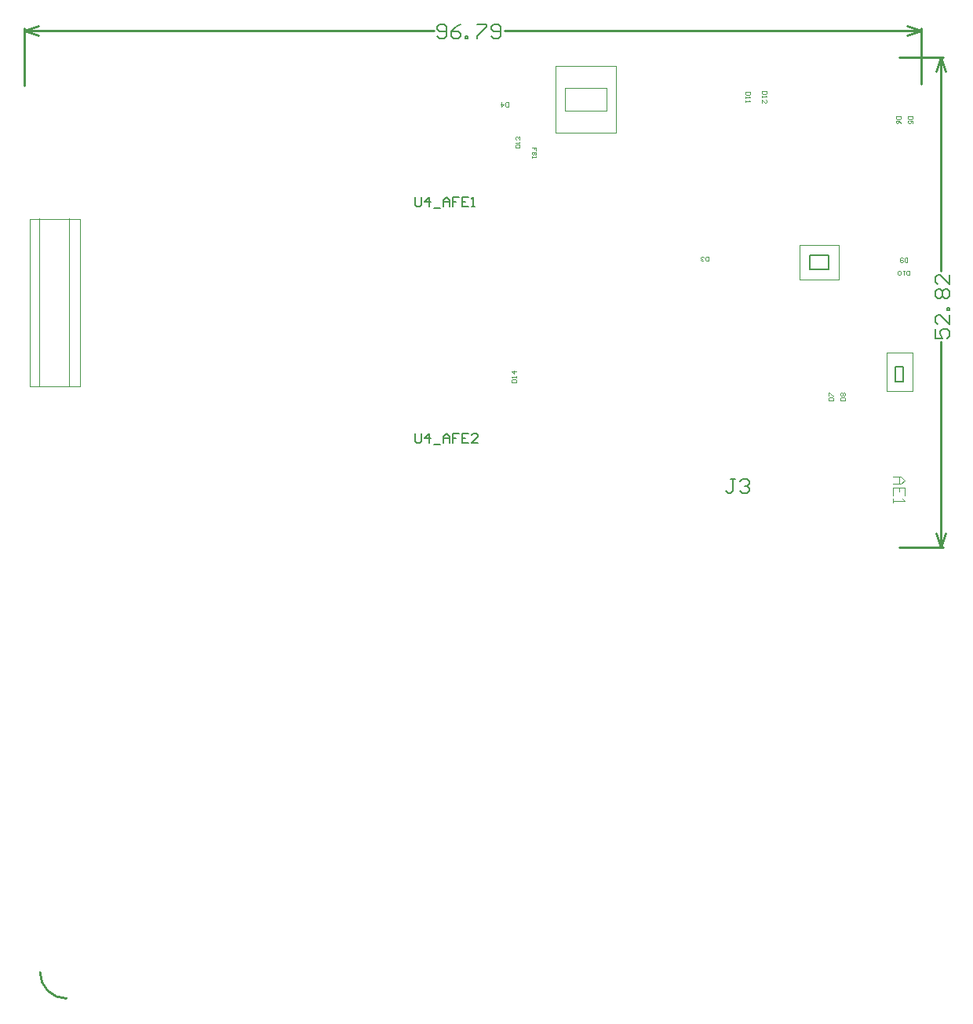
<source format=gm1>
G04*
G04 #@! TF.GenerationSoftware,Altium Limited,Altium Designer,23.8.1 (32)*
G04*
G04 Layer_Color=16711935*
%FSLAX44Y44*%
%MOMM*%
G71*
G04*
G04 #@! TF.SameCoordinates,B2355FDD-5490-460F-BBB4-22D25E5E3D0D*
G04*
G04*
G04 #@! TF.FilePolarity,Positive*
G04*
G01*
G75*
%ADD14C,0.2540*%
%ADD19C,0.1001*%
%ADD20C,0.1999*%
%ADD21C,0.1500*%
%ADD22C,0.0500*%
%ADD23C,0.1200*%
%ADD154C,0.1524*%
%ADD155C,0.1778*%
D14*
X18194Y-443968D02*
G03*
X46590Y-472366I28300J-98D01*
G01*
X969186Y513902D02*
Y574040D01*
X1270Y511810D02*
Y574040D01*
X519507Y571500D02*
X969186D01*
X1270D02*
X442821D01*
X953947Y576580D02*
X969186Y571500D01*
X953947Y566420D02*
X969186Y571500D01*
X1270D02*
X16510Y566420D01*
X1270Y571500D02*
X16510Y576580D01*
X990045Y542038D02*
X995125Y526798D01*
X984965D02*
X990045Y542038D01*
X984965Y29109D02*
X990045Y13869D01*
X995125Y29109D01*
X990045Y312232D02*
Y542038D01*
Y13869D02*
Y235546D01*
X944883Y542038D02*
X992585D01*
X945674Y13869D02*
X992585D01*
D19*
X837791Y302311D02*
Y340309D01*
Y302311D02*
X879792D01*
Y340309D01*
X837791D02*
X879792D01*
X931420Y182659D02*
Y223660D01*
Y182659D02*
X959421D01*
Y223660D01*
X931420D02*
X959421D01*
X574799Y461122D02*
Y533121D01*
Y461122D02*
X639798D01*
Y533121D01*
X574799D02*
X639798D01*
X584799Y484622D02*
Y509621D01*
Y484622D02*
X629798D01*
Y509621D01*
X584799D02*
X629798D01*
X17292Y368300D02*
X25419D01*
X41674D01*
X49801D01*
X17292Y187960D02*
Y368770D01*
Y187960D02*
X49801D01*
X7292Y368300D02*
X61691D01*
X7292Y187960D02*
Y368300D01*
Y187960D02*
X61691D01*
Y368300D01*
X49801Y187960D02*
Y368770D01*
D20*
X848791Y313309D02*
Y329311D01*
Y313309D02*
X868791D01*
Y329311D01*
X848791D02*
X868791D01*
X941420Y192659D02*
Y208661D01*
Y192659D02*
X949421D01*
Y208661D01*
X941420D02*
X949421D01*
D21*
X768395Y87508D02*
X763396D01*
X765895D01*
Y75012D01*
X763396Y72512D01*
X760897D01*
X758398Y75012D01*
X773393Y85008D02*
X775892Y87508D01*
X780891D01*
X783390Y85008D01*
Y82509D01*
X780891Y80010D01*
X778391D01*
X780891D01*
X783390Y77511D01*
Y75012D01*
X780891Y72512D01*
X775892D01*
X773393Y75012D01*
D22*
X553679Y441919D02*
Y445251D01*
X551180D01*
Y443585D01*
Y445251D01*
X548681D01*
X553679Y440253D02*
X548681D01*
Y437754D01*
X549514Y436921D01*
X550347D01*
X551180Y437754D01*
Y440253D01*
Y437754D01*
X552013Y436921D01*
X552846D01*
X553679Y437754D01*
Y440253D01*
X548681Y435255D02*
Y433588D01*
Y434422D01*
X553679D01*
X552846Y435255D01*
X881818Y172365D02*
X886817D01*
Y174864D01*
X885984Y175697D01*
X882651D01*
X881818Y174864D01*
Y172365D01*
X882651Y177363D02*
X881818Y178196D01*
Y179862D01*
X882651Y180695D01*
X883484D01*
X884317Y179862D01*
X885151Y180695D01*
X885984D01*
X886817Y179862D01*
Y178196D01*
X885984Y177363D01*
X885151D01*
X884317Y178196D01*
X883484Y177363D01*
X882651D01*
X884317Y178196D02*
Y179862D01*
X868992Y172365D02*
X873990D01*
Y174864D01*
X873158Y175697D01*
X869825D01*
X868992Y174864D01*
Y172365D01*
Y177363D02*
Y180695D01*
X869825D01*
X873158Y177363D01*
X873990D01*
X527095Y191872D02*
X532093D01*
Y194371D01*
X531260Y195204D01*
X527928D01*
X527095Y194371D01*
Y191872D01*
X532093Y196870D02*
Y198536D01*
Y197703D01*
X527095D01*
X527928Y196870D01*
X532093Y203535D02*
X527095D01*
X529594Y201036D01*
Y204368D01*
X530905Y444602D02*
X535903D01*
Y447101D01*
X535070Y447934D01*
X531738D01*
X530905Y447101D01*
Y444602D01*
X535903Y449600D02*
Y451267D01*
Y450434D01*
X530905D01*
X531738Y449600D01*
Y453766D02*
X530905Y454599D01*
Y456265D01*
X531738Y457098D01*
X532571D01*
X533404Y456265D01*
Y455432D01*
Y456265D01*
X534237Y457098D01*
X535070D01*
X535903Y456265D01*
Y454599D01*
X535070Y453766D01*
X954129Y321351D02*
Y326349D01*
X951630D01*
X950797Y325516D01*
Y322184D01*
X951630Y321351D01*
X954129D01*
X949131Y325516D02*
X948298Y326349D01*
X946632D01*
X945798Y325516D01*
Y322184D01*
X946632Y321351D01*
X948298D01*
X949131Y322184D01*
Y323017D01*
X948298Y323850D01*
X945798D01*
X956212Y307381D02*
Y312379D01*
X953713D01*
X952879Y311546D01*
Y308214D01*
X953713Y307381D01*
X956212D01*
X951213Y312379D02*
X949547D01*
X950380D01*
Y307381D01*
X951213Y308214D01*
X947048D02*
X946215Y307381D01*
X944549D01*
X943716Y308214D01*
Y311546D01*
X944549Y312379D01*
X946215D01*
X947048Y311546D01*
Y308214D01*
X959689Y479145D02*
X954691D01*
Y476646D01*
X955524Y475813D01*
X958856D01*
X959689Y476646D01*
Y479145D01*
Y470815D02*
Y474147D01*
X957190D01*
X958023Y472481D01*
Y471648D01*
X957190Y470815D01*
X955524D01*
X954691Y471648D01*
Y473314D01*
X955524Y474147D01*
X946989Y479145D02*
X941991D01*
Y476646D01*
X942824Y475813D01*
X946156D01*
X946989Y476646D01*
Y479145D01*
Y470815D02*
X946156Y472481D01*
X944490Y474147D01*
X942824D01*
X941991Y473314D01*
Y471648D01*
X942824Y470815D01*
X943657D01*
X944490Y471648D01*
Y474147D01*
X784614Y505116D02*
X779616D01*
Y502617D01*
X780449Y501784D01*
X783781D01*
X784614Y502617D01*
Y505116D01*
X779616Y500118D02*
Y498452D01*
Y499285D01*
X784614D01*
X783781Y500118D01*
X779616Y495952D02*
Y494286D01*
Y495120D01*
X784614D01*
X783781Y495952D01*
X801900Y505949D02*
X796901D01*
Y503450D01*
X797734Y502617D01*
X801067D01*
X801900Y503450D01*
Y505949D01*
X796901Y500951D02*
Y499285D01*
Y500118D01*
X801900D01*
X801067Y500951D01*
X796901Y493453D02*
Y496786D01*
X800234Y493453D01*
X801067D01*
X801900Y494286D01*
Y495952D01*
X801067Y496786D01*
X739486Y322621D02*
Y327619D01*
X736986D01*
X736153Y326786D01*
Y323454D01*
X736986Y322621D01*
X739486D01*
X734487Y323454D02*
X733654Y322621D01*
X731988D01*
X731155Y323454D01*
Y324287D01*
X731988Y325120D01*
X732821D01*
X731988D01*
X731155Y325953D01*
Y326786D01*
X731988Y327619D01*
X733654D01*
X734487Y326786D01*
X523595Y488991D02*
Y493989D01*
X521096D01*
X520263Y493156D01*
Y489824D01*
X521096Y488991D01*
X523595D01*
X516098Y493989D02*
Y488991D01*
X518597Y491490D01*
X515265D01*
D23*
X938886Y90195D02*
X946883D01*
X950882Y86197D01*
X946883Y82198D01*
X938886D01*
X944884D01*
Y90195D01*
X950882Y70202D02*
Y78199D01*
X938886D01*
Y70202D01*
X944884Y78199D02*
Y74201D01*
X938886Y66203D02*
Y62204D01*
Y64204D01*
X950882D01*
X948883Y66203D01*
D154*
X446885Y564898D02*
X449425Y562359D01*
X454503D01*
X457042Y564898D01*
Y575054D01*
X454503Y577593D01*
X449425D01*
X446885Y575054D01*
Y572515D01*
X449425Y569976D01*
X457042D01*
X472277Y577593D02*
X467199Y575054D01*
X462120Y569976D01*
Y564898D01*
X464660Y562359D01*
X469738D01*
X472277Y564898D01*
Y567437D01*
X469738Y569976D01*
X462120D01*
X477355Y562359D02*
Y564898D01*
X479895D01*
Y562359D01*
X477355D01*
X490051Y577593D02*
X500208D01*
Y575054D01*
X490051Y564898D01*
Y562359D01*
X505286Y564898D02*
X507826Y562359D01*
X512904D01*
X515443Y564898D01*
Y575054D01*
X512904Y577593D01*
X507826D01*
X505286Y575054D01*
Y572515D01*
X507826Y569976D01*
X515443D01*
X983951Y249767D02*
Y239610D01*
X991569D01*
X989029Y244689D01*
Y247228D01*
X991569Y249767D01*
X996647D01*
X999186Y247228D01*
Y242150D01*
X996647Y239610D01*
X999186Y265002D02*
Y254845D01*
X989029Y265002D01*
X986490D01*
X983951Y262463D01*
Y257385D01*
X986490Y254845D01*
X999186Y270081D02*
X996647D01*
Y272620D01*
X999186D01*
Y270081D01*
X986490Y282776D02*
X983951Y285315D01*
Y290394D01*
X986490Y292933D01*
X989029D01*
X991569Y290394D01*
X994108Y292933D01*
X996647D01*
X999186Y290394D01*
Y285315D01*
X996647Y282776D01*
X994108D01*
X991569Y285315D01*
X989029Y282776D01*
X986490D01*
X991569Y285315D02*
Y290394D01*
X999186Y308168D02*
Y298011D01*
X989029Y308168D01*
X986490D01*
X983951Y305629D01*
Y300551D01*
X986490Y298011D01*
D155*
X423181Y136622D02*
Y128158D01*
X424874Y126466D01*
X428260D01*
X429953Y128158D01*
Y136622D01*
X438416Y126466D02*
Y136622D01*
X433338Y131544D01*
X440109D01*
X443495Y124773D02*
X450266D01*
X453652Y126466D02*
Y133237D01*
X457037Y136622D01*
X460423Y133237D01*
Y126466D01*
Y131544D01*
X453652D01*
X470579Y136622D02*
X463808D01*
Y131544D01*
X467194D01*
X463808D01*
Y126466D01*
X480736Y136622D02*
X473965D01*
Y126466D01*
X480736D01*
X473965Y131544D02*
X477351D01*
X490893Y126466D02*
X484122D01*
X490893Y133237D01*
Y134930D01*
X489200Y136622D01*
X485815D01*
X484122Y134930D01*
X423181Y391982D02*
Y383518D01*
X424874Y381826D01*
X428260D01*
X429953Y383518D01*
Y391982D01*
X438416Y381826D02*
Y391982D01*
X433338Y386904D01*
X440109D01*
X443495Y380133D02*
X450266D01*
X453652Y381826D02*
Y388597D01*
X457037Y391982D01*
X460423Y388597D01*
Y381826D01*
Y386904D01*
X453652D01*
X470579Y391982D02*
X463808D01*
Y386904D01*
X467194D01*
X463808D01*
Y381826D01*
X480736Y391982D02*
X473965D01*
Y381826D01*
X480736D01*
X473965Y386904D02*
X477351D01*
X484122Y381826D02*
X487507D01*
X485815D01*
Y391982D01*
X484122Y390289D01*
M02*

</source>
